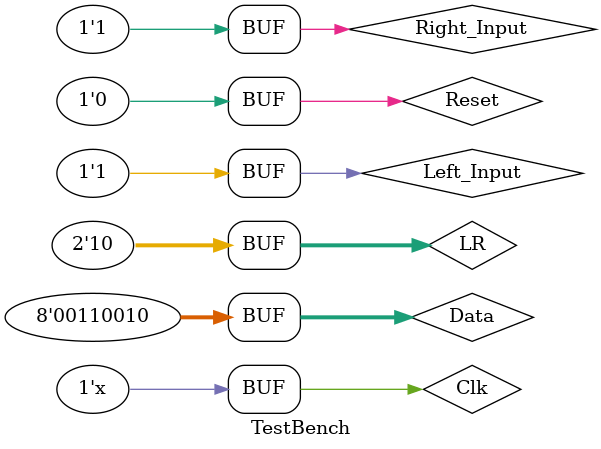
<source format=v>
`timescale 1ns / 1ps

module TestBench;

	reg [7:0] Data;
	reg [1:0] LR;
	reg Left_Input;
	reg Right_Input;
	reg Reset;
	reg Clk;

	wire [7:0] Result;

	Shift uut (
		.Data(Data), 
		.LR(LR), 
		.Left_Input(Left_Input), 
		.Right_Input(Right_Input), 
		.Reset(Reset), 
		.Result(Result), 
		.Clk(Clk)
	);

	initial begin
		Data = 8'b00110010;
		LR = 0;
		Left_Input = 1;
		Right_Input = 1;
		Reset = 0;
		Clk = 0;

		#20;
		Reset=1;
		#10;
		LR=0;
		
      #10;
		LR=1;
		
      #10;
		LR=2;
    		
      #10;
		LR=1;
		
      #10;
		LR=1;
		
	   #10;
		LR=3;
		
	   #10;
		LR=2;
		
      #20;
		Reset=0;

	end
      always #5 Clk=~Clk;
endmodule


</source>
